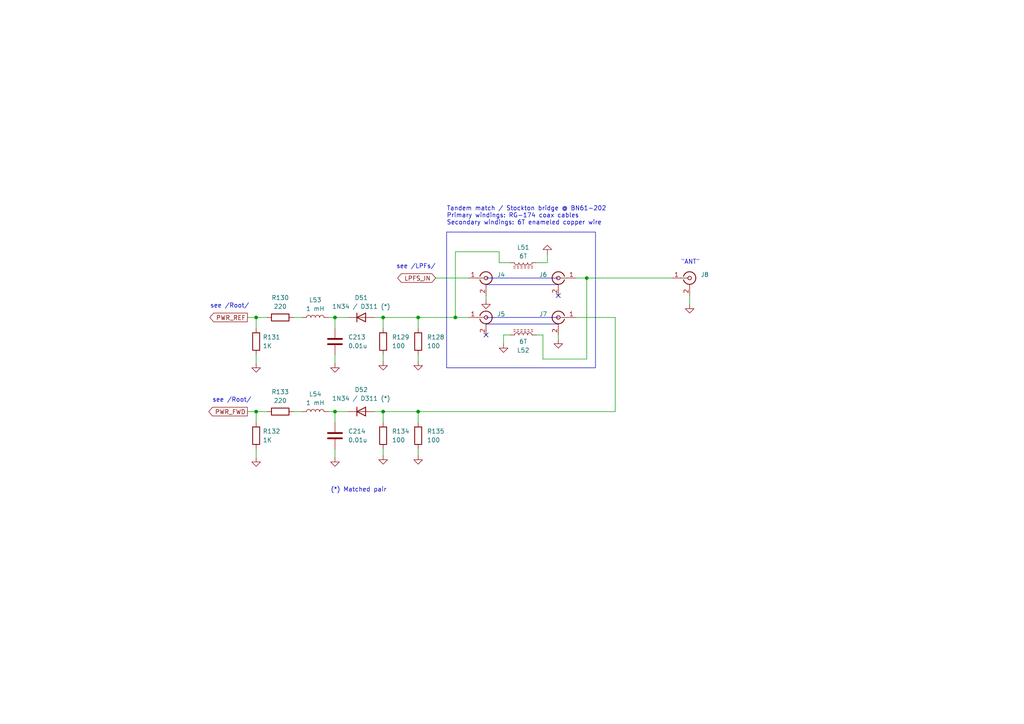
<source format=kicad_sch>
(kicad_sch (version 20230121) (generator eeschema)
  (paper "A4")
  (lib_symbols
    (symbol "Connector:Conn_Coaxial" (pin_names (offset 1.016) hide)
      (property "Reference" "J" (at 0.254 3.048 0))
      (property "Value" "Conn_Coaxial" (at 2.921 0 90))
      (symbol "Conn_Coaxial_0_1"
        (arc (start -1.778 -0.508) (mid 0.2311 -1.8066) (end 1.778 0) (stroke (width 0.254)))
        (polyline (pts (xy -2.54 0) (xy -0.508 0)))
        (polyline (pts (xy 0 -2.54) (xy 0 -1.778)))
        (circle (center 0 0) (radius 0.508) (stroke (width 0.2032)))
        (arc (start 1.778 0) (mid 0.2099 1.8101) (end -1.778 0.508) (stroke (width 0.254)))
      )
      (symbol "Conn_Coaxial_1_1"
        (pin passive line (at -5.08 0 0) (length 2.54) (name "In") (number "1"))
        (pin passive line (at 0 -5.08 90) (length 2.54) (name "Ext") (number "2"))
      )
    )
    (symbol "Device:C" (pin_numbers hide) (pin_names (offset 0.254))
      (property "Reference" "C" (at 0.635 2.54 0))
      (property "Value" "C" (at 0.635 -2.54 0))
      (symbol "C_0_1"
        (polyline (pts (xy -2.032 -0.762) (xy 2.032 -0.762)) (stroke (width 0.508)))
        (polyline (pts (xy -2.032 0.762) (xy 2.032 0.762)) (stroke (width 0.508)))
      )
      (symbol "C_1_1"
        (pin passive line (at 0 3.81 270) (length 2.794) (name "~") (number "1"))
        (pin passive line (at 0 -3.81 90) (length 2.794) (name "~") (number "2"))
      )
    )
    (symbol "Device:D" (pin_numbers hide) (pin_names (offset 1.016) hide)
      (property "Reference" "D" (at 0 2.54 0))
      (property "Value" "D" (at 0 -2.54 0))
      (symbol "D_0_1"
        (polyline (pts (xy -1.27 1.27) (xy -1.27 -1.27)) (stroke (width 0.254)))
        (polyline (pts (xy 1.27 0) (xy -1.27 0)))
        (polyline (pts (xy 1.27 1.27) (xy 1.27 -1.27) (xy -1.27 0) (xy 1.27 1.27)) (stroke (width 0.254)))
      )
      (symbol "D_1_1"
        (pin passive line (at -3.81 0 0) (length 2.54) (name "K") (number "1"))
        (pin passive line (at 3.81 0 180) (length 2.54) (name "A") (number "2"))
      )
    )
    (symbol "Device:L" (pin_numbers hide) (pin_names (offset 1.016) hide)
      (property "Reference" "L" (at -1.27 0 90))
      (property "Value" "L" (at 1.905 0 90))
      (symbol "L_0_1"
        (arc (start 0 -2.54) (mid 0.6323 -1.905) (end 0 -1.27))
        (arc (start 0 -1.27) (mid 0.6323 -0.635) (end 0 0))
        (arc (start 0 0) (mid 0.6323 0.635) (end 0 1.27))
        (arc (start 0 1.27) (mid 0.6323 1.905) (end 0 2.54))
      )
      (symbol "L_1_1"
        (pin passive line (at 0 3.81 270) (length 1.27) (name "1") (number "1"))
        (pin passive line (at 0 -3.81 90) (length 1.27) (name "2") (number "2"))
      )
    )
    (symbol "Device:L_Ferrite" (pin_numbers hide) (pin_names (offset 1.016) hide)
      (property "Reference" "L" (at -1.27 0 90))
      (property "Value" "L_Ferrite" (at 2.794 0 90))
      (symbol "L_Ferrite_0_1"
        (arc (start 0 -2.54) (mid 0.6323 -1.905) (end 0 -1.27))
        (arc (start 0 -1.27) (mid 0.6323 -0.635) (end 0 0))
        (polyline (pts (xy 1.016 -2.794) (xy 1.016 -2.286)))
        (polyline (pts (xy 1.016 -1.778) (xy 1.016 -1.27)))
        (polyline (pts (xy 1.016 -0.762) (xy 1.016 -0.254)))
        (polyline (pts (xy 1.016 0.254) (xy 1.016 0.762)))
        (polyline (pts (xy 1.016 1.27) (xy 1.016 1.778)))
        (polyline (pts (xy 1.016 2.286) (xy 1.016 2.794)))
        (polyline (pts (xy 1.524 -2.286) (xy 1.524 -2.794)))
        (polyline (pts (xy 1.524 -1.27) (xy 1.524 -1.778)))
        (polyline (pts (xy 1.524 -0.254) (xy 1.524 -0.762)))
        (polyline (pts (xy 1.524 0.762) (xy 1.524 0.254)))
        (polyline (pts (xy 1.524 1.778) (xy 1.524 1.27)))
        (polyline (pts (xy 1.524 2.794) (xy 1.524 2.286)))
        (arc (start 0 0) (mid 0.6323 0.635) (end 0 1.27))
        (arc (start 0 1.27) (mid 0.6323 1.905) (end 0 2.54))
      )
      (symbol "L_Ferrite_1_1"
        (pin passive line (at 0 3.81 270) (length 1.27) (name "1") (number "1"))
        (pin passive line (at 0 -3.81 90) (length 1.27) (name "2") (number "2"))
      )
    )
    (symbol "Device:R" (pin_numbers hide) (pin_names (offset 0))
      (property "Reference" "R" (at 2.032 0 90))
      (property "Value" "R" (at 0 0 90))
      (symbol "R_0_1"
        (rectangle (start -1.016 -2.54) (end 1.016 2.54) (stroke (width 0.254)))
      )
      (symbol "R_1_1"
        (pin passive line (at 0 3.81 270) (length 1.27) (name "~") (number "1"))
        (pin passive line (at 0 -3.81 90) (length 1.27) (name "~") (number "2"))
      )
    )
    (symbol "power:GND" (power) (pin_names (offset 0))
      (property "Value" "GND" (at 0 -3.81 0))
      (symbol "GND_0_1"
        (polyline (pts (xy 0 0) (xy 0 -1.27) (xy 1.27 -1.27) (xy 0 -2.54) (xy -1.27 -1.27) (xy 0 -1.27)))
      )
      (symbol "GND_1_1"
        (pin power_in line (at 0 0 270) (length 0) hide (name "GND") (number "1"))
      )
    )
  )
  (junction (at 132.08 92.075))
  (junction (at 111.125 92.075))
  (junction (at 74.295 119.38))
  (junction (at 121.285 92.075))
  (junction (at 121.285 119.38))
  (junction (at 97.155 92.075))
  (junction (at 97.155 119.38))
  (junction (at 74.295 92.075))
  (junction (at 111.125 119.38))
  (junction (at 170.18 80.645))
  (no_connect (at 140.97 97.155))
  (no_connect (at 161.925 85.725))
  (wire (pts (xy 132.08 73.025) (xy 132.08 92.075)))
  (wire (pts (xy 108.585 92.075) (xy 111.125 92.075)))
  (wire (pts (xy 85.09 92.075) (xy 87.63 92.075)))
  (wire (pts (xy 126.365 80.645) (xy 135.89 80.645)))
  (wire (pts (xy 167.005 92.075) (xy 178.435 92.075)))
  (wire (pts (xy 74.295 119.38) (xy 77.47 119.38)))
  (wire (pts (xy 97.155 102.87) (xy 97.155 105.41)))
  (wire (pts (xy 121.285 119.38) (xy 121.285 122.555)))
  (wire (pts (xy 74.295 122.555) (xy 74.295 119.38)))
  (wire (pts (xy 144.78 76.2) (xy 144.78 73.025)))
  (wire (pts (xy 111.125 119.38) (xy 121.285 119.38)))
  (wire (pts (xy 121.285 92.075) (xy 132.08 92.075)))
  (polyline (pts (xy 140.97 93.98) (xy 161.925 93.98)))
  (wire (pts (xy 74.295 130.175) (xy 74.295 132.715)))
  (wire (pts (xy 97.155 130.175) (xy 97.155 132.715)))
  (wire (pts (xy 132.08 92.075) (xy 135.89 92.075)))
  (wire (pts (xy 74.295 95.25) (xy 74.295 92.075)))
  (wire (pts (xy 157.48 97.155) (xy 157.48 104.14)))
  (wire (pts (xy 170.18 104.14) (xy 170.18 80.645)))
  (wire (pts (xy 158.75 76.2) (xy 158.75 73.66)))
  (polyline (pts (xy 140.97 92.075) (xy 161.925 92.075)))
  (wire (pts (xy 111.125 102.87) (xy 111.125 104.775)))
  (wire (pts (xy 108.585 119.38) (xy 111.125 119.38)))
  (wire (pts (xy 111.125 92.075) (xy 121.285 92.075)))
  (wire (pts (xy 97.155 95.25) (xy 97.155 92.075)))
  (wire (pts (xy 146.05 97.155) (xy 147.955 97.155)))
  (polyline (pts (xy 140.97 80.645) (xy 161.925 80.645)))
  (wire (pts (xy 155.575 97.155) (xy 157.48 97.155)))
  (wire (pts (xy 178.435 92.075) (xy 178.435 119.38)))
  (wire (pts (xy 97.155 122.555) (xy 97.155 119.38)))
  (wire (pts (xy 161.925 97.155) (xy 161.925 98.425)))
  (wire (pts (xy 200.025 85.725) (xy 200.025 88.265)))
  (wire (pts (xy 85.09 119.38) (xy 87.63 119.38)))
  (polyline (pts (xy 140.97 82.55) (xy 161.925 82.55)))
  (wire (pts (xy 111.125 130.175) (xy 111.125 132.08)))
  (wire (pts (xy 121.285 102.87) (xy 121.285 104.775)))
  (wire (pts (xy 170.18 80.645) (xy 194.945 80.645)))
  (wire (pts (xy 146.05 99.695) (xy 146.05 97.155)))
  (wire (pts (xy 111.125 122.555) (xy 111.125 119.38)))
  (wire (pts (xy 157.48 104.14) (xy 170.18 104.14)))
  (wire (pts (xy 144.78 73.025) (xy 132.08 73.025)))
  (wire (pts (xy 155.575 76.2) (xy 158.75 76.2)))
  (wire (pts (xy 121.285 130.175) (xy 121.285 132.08)))
  (wire (pts (xy 111.125 95.25) (xy 111.125 92.075)))
  (wire (pts (xy 71.755 92.075) (xy 74.295 92.075)))
  (wire (pts (xy 121.285 92.075) (xy 121.285 95.25)))
  (wire (pts (xy 95.25 119.38) (xy 97.155 119.38)))
  (wire (pts (xy 121.285 119.38) (xy 178.435 119.38)))
  (wire (pts (xy 74.295 92.075) (xy 77.47 92.075)))
  (wire (pts (xy 71.755 119.38) (xy 74.295 119.38)))
  (wire (pts (xy 147.955 76.2) (xy 144.78 76.2)))
  (wire (pts (xy 74.295 102.87) (xy 74.295 105.41)))
  (wire (pts (xy 97.155 92.075) (xy 100.965 92.075)))
  (wire (pts (xy 140.97 85.725) (xy 140.97 86.995)))
  (wire (pts (xy 170.18 80.645) (xy 167.005 80.645)))
  (wire (pts (xy 97.155 119.38) (xy 100.965 119.38)))
  (wire (pts (xy 95.25 92.075) (xy 97.155 92.075)))
  (rectangle (start 129.54 67.31) (end 172.72 106.68))
  (text "Tandem match / Stockton bridge @ BN61-202\nPrimary windings: RG-174 coax cables\nSecondary windings: 6T enameled copper wire" (at 129.54 65.405 0) (effects (font (size 1.27 1.27)) (justify left bottom)))
  (text "see /Root/" (at 60.96 89.535 0) (effects (font (size 1.27 1.27)) (justify left bottom)))
  (text "\"ANT\"" (at 197.485 76.835 0) (effects (font (size 1.27 1.27)) (justify left bottom)))
  (text "see /Root/" (at 61.595 116.84 0) (effects (font (size 1.27 1.27)) (justify left bottom)))
  (text "see /LPFs/" (at 114.935 78.105 0) (effects (font (size 1.27 1.27)) (justify left bottom)))
  (text "(*) Matched pair" (at 95.885 142.875 0) (effects (font (size 1.27 1.27)) (justify left bottom)))
  (global_label "PWR_REF" (shape output) (at 71.755 92.075 180) (property "Intersheetrefs" "${INTERSHEET_REFS}" (effects hide)))
  (global_label "PWR_FWD" (shape output) (at 71.755 119.38 180) (property "Intersheetrefs" "${INTERSHEET_REFS}" (effects hide)))
  (global_label "LPFS_IN" (shape bidirectional) (at 126.365 80.645 180) (property "Intersheetrefs" "${INTERSHEET_REFS}" (effects hide)))
  (symbol (lib_id "Device:R") (at 81.28 92.075 90) (unit 1)
    (property "Reference" "R130" (at 81.28 86.36 90))
    (property "Value" "220" (at 81.28 88.9 90))
  )
  (symbol (lib_id "Connector:Conn_Coaxial") (at 200.025 80.645 0) (unit 1)
    (property "Reference" "J8" (at 203.2 79.6682 0) (effects (justify left)))
    (property "Value" "Conn_Coaxial" (effects hide))
    (property "Datasheet" " ~" (effects hide))
  )
  (symbol (lib_id "Connector:Conn_Coaxial") (at 161.925 80.645 0) (mirror y) (unit 1)
    (property "Reference" "J6" (at 158.75 79.6682 0) (effects (justify left)))
    (property "Value" "Conn_Coaxial" (effects hide))
    (property "Datasheet" " ~" (effects hide))
  )
  (symbol (lib_id "power:GND") (at 97.155 105.41 0) (unit 1)
    (property "Reference" "#PWR0296" (effects hide))
    (property "Value" "GND" (effects hide))
  )
  (symbol (lib_id "Device:C") (at 97.155 99.06 0) (unit 1)
    (property "Reference" "C213" (at 100.965 97.79 0) (effects (justify left)))
    (property "Value" "0.01u" (at 100.965 100.33 0) (effects (justify left)))
  )
  (symbol (lib_id "Device:R") (at 111.125 99.06 0) (unit 1)
    (property "Reference" "R129" (at 113.665 97.79 0) (effects (justify left)))
    (property "Value" "100" (at 113.665 100.33 0) (effects (justify left)))
  )
  (symbol (lib_id "power:GND") (at 158.75 73.66 180) (unit 1)
    (property "Reference" "#PWR0292" (effects hide))
    (property "Value" "GND" (effects hide))
  )
  (symbol (lib_id "Connector:Conn_Coaxial") (at 140.97 92.075 0) (unit 1)
    (property "Reference" "J5" (at 144.145 91.0982 0) (effects (justify left)))
    (property "Value" "Conn_Coaxial" (effects hide))
    (property "Datasheet" " ~" (effects hide))
  )
  (symbol (lib_id "power:GND") (at 111.125 132.08 0) (unit 1)
    (property "Reference" "#PWR0300" (effects hide))
    (property "Value" "GND" (effects hide))
  )
  (symbol (lib_id "Device:R") (at 121.285 99.06 0) (unit 1)
    (property "Reference" "R128" (at 123.825 97.79 0) (effects (justify left)))
    (property "Value" "100" (at 123.825 100.33 0) (effects (justify left)))
  )
  (symbol (lib_id "Device:R") (at 74.295 99.06 180) (unit 1)
    (property "Reference" "R131" (at 76.2 97.79 0) (effects (justify right)))
    (property "Value" "1K" (at 76.2 100.33 0) (effects (justify right)))
  )
  (symbol (lib_id "Connector:Conn_Coaxial") (at 161.925 92.075 0) (mirror y) (unit 1)
    (property "Reference" "J7" (at 158.75 91.0982 0) (effects (justify left)))
    (property "Value" "Conn_Coaxial" (effects hide))
    (property "Datasheet" " ~" (effects hide))
  )
  (symbol (lib_id "Device:R") (at 121.285 126.365 0) (unit 1)
    (property "Reference" "R135" (at 123.825 125.095 0) (effects (justify left)))
    (property "Value" "100" (at 123.825 127.635 0) (effects (justify left)))
  )
  (symbol (lib_id "Connector:Conn_Coaxial") (at 140.97 80.645 0) (unit 1)
    (property "Reference" "J4" (at 144.145 79.6682 0) (effects (justify left)))
    (property "Value" "Conn_Coaxial" (effects hide))
    (property "Datasheet" " ~" (effects hide))
  )
  (symbol (lib_id "power:GND") (at 97.155 132.715 0) (unit 1)
    (property "Reference" "#PWR0299" (effects hide))
    (property "Value" "GND" (effects hide))
  )
  (symbol (lib_id "Device:C") (at 97.155 126.365 0) (unit 1)
    (property "Reference" "C214" (at 100.965 125.095 0) (effects (justify left)))
    (property "Value" "0.01u" (at 100.965 127.635 0) (effects (justify left)))
  )
  (symbol (lib_id "Device:L") (at 91.44 92.075 90) (unit 1)
    (property "Reference" "L53" (at 91.44 86.995 90))
    (property "Value" "1 mH" (at 91.44 89.535 90))
  )
  (symbol (lib_id "power:GND") (at 121.285 104.775 0) (unit 1)
    (property "Reference" "#PWR0294" (effects hide))
    (property "Value" "GND" (effects hide))
  )
  (symbol (lib_id "power:GND") (at 200.025 88.265 0) (unit 1)
    (property "Reference" "#PWR0293" (effects hide))
    (property "Value" "GND" (effects hide))
  )
  (symbol (lib_id "power:GND") (at 74.295 105.41 0) (unit 1)
    (property "Reference" "#PWR0297" (effects hide))
    (property "Value" "GND" (effects hide))
  )
  (symbol (lib_id "power:GND") (at 111.125 104.775 0) (unit 1)
    (property "Reference" "#PWR0295" (effects hide))
    (property "Value" "GND" (effects hide))
  )
  (symbol (lib_id "Device:D") (at 104.775 119.38 0) (unit 1)
    (property "Reference" "D52" (at 104.775 113.03 0))
    (property "Value" "1N34 / D311 (*)" (at 104.775 115.57 0))
    (property "Sim.Device" "D" (effects hide))
    (property "Sim.Pins" "1=K 2=A" (effects hide))
  )
  (symbol (lib_id "Device:R") (at 74.295 126.365 180) (unit 1)
    (property "Reference" "R132" (at 76.2 125.095 0) (effects (justify right)))
    (property "Value" "1K" (at 76.2 127.635 0) (effects (justify right)))
  )
  (symbol (lib_id "Device:R") (at 81.28 119.38 90) (unit 1)
    (property "Reference" "R133" (at 81.28 113.665 90))
    (property "Value" "220" (at 81.28 116.205 90))
  )
  (symbol (lib_id "power:GND") (at 146.05 99.695 0) (unit 1)
    (property "Reference" "#PWR0291" (effects hide))
    (property "Value" "GND" (effects hide))
  )
  (symbol (lib_id "Device:L_Ferrite") (at 151.765 76.2 270) (unit 1)
    (property "Reference" "L51" (at 151.765 71.755 90))
    (property "Value" "6T" (at 151.765 74.295 90))
  )
  (symbol (lib_id "power:GND") (at 121.285 132.08 0) (unit 1)
    (property "Reference" "#PWR0301" (effects hide))
    (property "Value" "GND" (effects hide))
  )
  (symbol (lib_id "Device:D") (at 104.775 92.075 0) (unit 1)
    (property "Reference" "D51" (at 104.775 86.36 0))
    (property "Value" "1N34 / D311 (*)" (at 104.775 88.9 0))
    (property "Sim.Device" "D" (effects hide))
    (property "Sim.Pins" "1=K 2=A" (effects hide))
  )
  (symbol (lib_id "power:GND") (at 161.925 98.425 0) (unit 1)
    (property "Reference" "#PWR0290" (effects hide))
    (property "Value" "GND" (effects hide))
  )
  (symbol (lib_id "power:GND") (at 140.97 86.995 0) (unit 1)
    (property "Reference" "#PWR0289" (effects hide))
    (property "Value" "GND" (effects hide))
  )
  (symbol (lib_id "Device:L_Ferrite") (at 151.765 97.155 270) (mirror x) (unit 1)
    (property "Reference" "L52" (at 151.765 101.6 90))
    (property "Value" "6T" (at 151.765 99.06 90))
  )
  (symbol (lib_id "power:GND") (at 74.295 132.715 0) (unit 1)
    (property "Reference" "#PWR0298" (effects hide))
    (property "Value" "GND" (effects hide))
  )
  (symbol (lib_id "Device:L") (at 91.44 119.38 90) (unit 1)
    (property "Reference" "L54" (at 91.44 114.3 90))
    (property "Value" "1 mH" (at 91.44 116.84 90))
  )
  (symbol (lib_id "Device:R") (at 111.125 126.365 0) (unit 1)
    (property "Reference" "R134" (at 113.665 125.095 0) (effects (justify left)))
    (property "Value" "100" (at 113.665 127.635 0) (effects (justify left)))
  )
)
</source>
